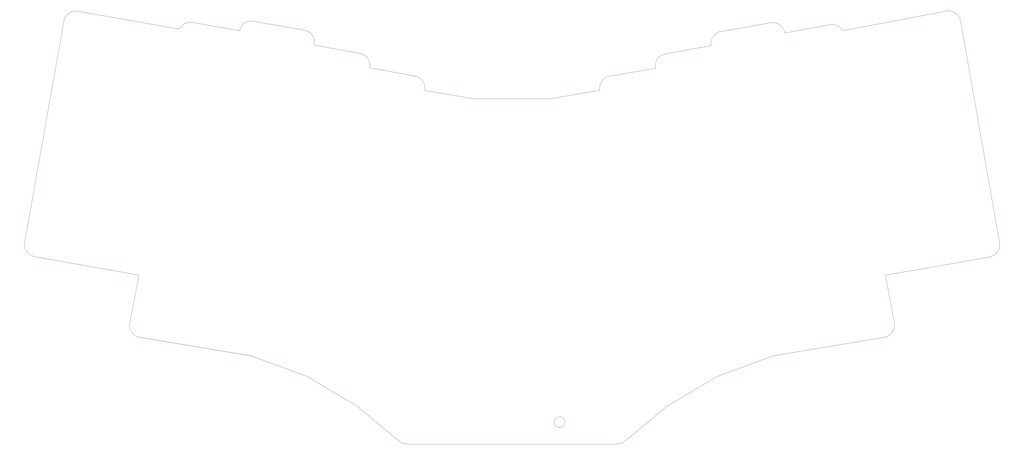
<source format=gbr>
%TF.GenerationSoftware,KiCad,Pcbnew,(6.0.5)*%
%TF.CreationDate,2022-11-14T00:39:22-08:00*%
%TF.ProjectId,po-bottom-plate,706f2d62-6f74-4746-9f6d-2d706c617465,rev?*%
%TF.SameCoordinates,Original*%
%TF.FileFunction,Profile,NP*%
%FSLAX46Y46*%
G04 Gerber Fmt 4.6, Leading zero omitted, Abs format (unit mm)*
G04 Created by KiCad (PCBNEW (6.0.5)) date 2022-11-14 00:39:22*
%MOMM*%
%LPD*%
G01*
G04 APERTURE LIST*
%TA.AperFunction,Profile*%
%ADD10C,0.124256*%
%TD*%
%TA.AperFunction,Profile*%
%ADD11C,0.120000*%
%TD*%
G04 APERTURE END LIST*
D10*
X143300106Y-91368442D02*
G75*
G03*
X138979254Y-94452279I-573606J-3765258D01*
G01*
X86661503Y-88177844D02*
X119445996Y-93936464D01*
X123287031Y-91708394D02*
X138979267Y-94452275D01*
X258917083Y-109147111D02*
G75*
G03*
X255634694Y-113782214I676417J-3958789D01*
G01*
X143300102Y-91368469D02*
X159871459Y-94281217D01*
X347773511Y-193870487D02*
G75*
G03*
X351055906Y-189235399I-676411J3958787D01*
G01*
X103327799Y-189200735D02*
G75*
G03*
X106560665Y-193870461I3951101J-718565D01*
G01*
X81991781Y-91410727D02*
X69291776Y-163038736D01*
X106263087Y-173663154D02*
X103327776Y-189200731D01*
X293715085Y-206429150D02*
X277459093Y-216081151D01*
X347773507Y-193870464D02*
X311749087Y-199825153D01*
X277459093Y-216081151D02*
X263997092Y-227257152D01*
X311749087Y-199825153D02*
X293715085Y-206429150D01*
X260949087Y-228448852D02*
G75*
G03*
X263997092Y-227257152I13J4493752D01*
G01*
X193385088Y-228448872D02*
X260949087Y-228448876D01*
X348120592Y-173697817D02*
X351055905Y-189235397D01*
X381853088Y-167821156D02*
X348120592Y-173697817D01*
X385135487Y-163186086D02*
X372455085Y-91367158D01*
X367820017Y-88084758D02*
X334355093Y-94415152D01*
X330237170Y-92456283D02*
X315559083Y-95177153D01*
X310924023Y-91894751D02*
X294985091Y-94669157D01*
X291702689Y-99304219D02*
X276931480Y-101972083D01*
X273649089Y-106607155D02*
X258917090Y-109147151D01*
X214975085Y-116513159D02*
X198903984Y-113816886D01*
X195671091Y-109147161D02*
X181123976Y-106450885D01*
X177891085Y-101781153D02*
X163089975Y-99084876D01*
X276931487Y-101972123D02*
G75*
G03*
X273649082Y-106607160I676113J-3958577D01*
G01*
X142585088Y-199825154D02*
X160619086Y-206429151D01*
X315559092Y-95177151D02*
G75*
G03*
X310924025Y-91894764I-3958592J-676149D01*
G01*
X160619086Y-206429151D02*
X176875082Y-216081152D01*
X123287032Y-91708380D02*
G75*
G03*
X119445984Y-93936467I-259732J-3977120D01*
G01*
X190337064Y-227257178D02*
G75*
G03*
X193385094Y-228448874I3048036J3302178D01*
G01*
X198904009Y-113816891D02*
G75*
G03*
X195671092Y-109147155I-3951209J718491D01*
G01*
X72524664Y-167708462D02*
X106263087Y-173663154D01*
X69291764Y-163038734D02*
G75*
G03*
X72524661Y-167708468I3951536J-718266D01*
G01*
X106560660Y-193870464D02*
X142585088Y-199825154D01*
X239359086Y-116513154D02*
X214975085Y-116513159D01*
X294985083Y-94669111D02*
G75*
G03*
X291702695Y-99304220I676417J-3958789D01*
G01*
X334355132Y-94415130D02*
G75*
G03*
X330237163Y-92456281I-3450832J-1946570D01*
G01*
X381853091Y-167821176D02*
G75*
G03*
X385135489Y-163186084I-676391J3958776D01*
G01*
X176875082Y-216081152D02*
X190337090Y-227257150D01*
X255634686Y-113782213D02*
X239359086Y-116513154D01*
X86661503Y-88177845D02*
G75*
G03*
X81991780Y-91410742I-718423J-3951295D01*
G01*
X163089953Y-99084871D02*
G75*
G03*
X159871457Y-94281212I-3939153J840771D01*
G01*
X181123966Y-106450883D02*
G75*
G03*
X177891088Y-101781153I-3951366J718383D01*
G01*
X372455098Y-91367156D02*
G75*
G03*
X367820032Y-88084757I-3958598J-676144D01*
G01*
D11*
%TO.C,SW41*%
X244364345Y-221391857D02*
G75*
G03*
X244364345Y-221391857I-1750000J0D01*
G01*
%TD*%
M02*

</source>
